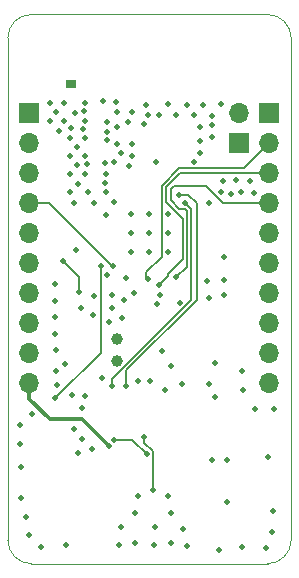
<source format=gbr>
%TF.GenerationSoftware,KiCad,Pcbnew,(6.0.9)*%
%TF.CreationDate,2023-03-12T14:29:19+01:00*%
%TF.ProjectId,ESP32-C3 Devboard,45535033-322d-4433-9320-446576626f61,rev?*%
%TF.SameCoordinates,Original*%
%TF.FileFunction,Copper,L4,Bot*%
%TF.FilePolarity,Positive*%
%FSLAX46Y46*%
G04 Gerber Fmt 4.6, Leading zero omitted, Abs format (unit mm)*
G04 Created by KiCad (PCBNEW (6.0.9)) date 2023-03-12 14:29:19*
%MOMM*%
%LPD*%
G01*
G04 APERTURE LIST*
%TA.AperFunction,Profile*%
%ADD10C,0.100000*%
%TD*%
%TA.AperFunction,ComponentPad*%
%ADD11R,0.900000X0.800000*%
%TD*%
%TA.AperFunction,ComponentPad*%
%ADD12C,1.000000*%
%TD*%
%TA.AperFunction,ComponentPad*%
%ADD13R,1.700000X1.700000*%
%TD*%
%TA.AperFunction,ComponentPad*%
%ADD14O,1.700000X1.700000*%
%TD*%
%TA.AperFunction,ViaPad*%
%ADD15C,0.500000*%
%TD*%
%TA.AperFunction,Conductor*%
%ADD16C,0.200000*%
%TD*%
%TA.AperFunction,Conductor*%
%ADD17C,0.300000*%
%TD*%
G04 APERTURE END LIST*
D10*
X112460000Y-89500000D02*
G75*
G03*
X114460000Y-91500000I2000000J0D01*
G01*
X134460000Y-45000000D02*
X114460000Y-45000000D01*
X112460000Y-47000000D02*
X112460000Y-89500000D01*
X114460000Y-91500000D02*
X134460000Y-91500000D01*
X136460000Y-89500000D02*
X136460000Y-47000000D01*
X134460000Y-91500000D02*
G75*
G03*
X136460000Y-89500000I0J2000000D01*
G01*
X114460000Y-45000000D02*
G75*
G03*
X112460000Y-47000000I0J-2000000D01*
G01*
X136460000Y-47000000D02*
G75*
G03*
X134460000Y-45000000I-2000000J0D01*
G01*
D11*
%TO.P,E1,2,2*%
%TO.N,GND*%
X117810000Y-50885000D03*
%TD*%
D12*
%TO.P,Y1,1,1*%
%TO.N,Net-(C2-Pad2)*%
X121734000Y-72456000D03*
%TO.P,Y1,2,2*%
%TO.N,Net-(C1-Pad2)*%
X121734000Y-74356000D03*
%TD*%
D13*
%TO.P,J2,1,Pin_1*%
%TO.N,GND*%
X134620000Y-53340000D03*
D14*
%TO.P,J2,2,Pin_2*%
%TO.N,GPIO6*%
X134620000Y-55880000D03*
%TO.P,J2,3,Pin_3*%
%TO.N,GPIO7*%
X134620000Y-58420000D03*
%TO.P,J2,4,Pin_4*%
%TO.N,GPIO10*%
X134620000Y-60960000D03*
%TO.P,J2,5,Pin_5*%
%TO.N,SPIQ*%
X134620000Y-63500000D03*
%TO.P,J2,6,Pin_6*%
%TO.N,SPID*%
X134620000Y-66040000D03*
%TO.P,J2,7,Pin_7*%
%TO.N,SPICLK*%
X134620000Y-68580000D03*
%TO.P,J2,8,Pin_8*%
%TO.N,SPICSO*%
X134620000Y-71120000D03*
%TO.P,J2,9,Pin_9*%
%TO.N,SPIWP*%
X134620000Y-73660000D03*
%TO.P,J2,10,Pin_10*%
%TO.N,SPIHD*%
X134620000Y-76200000D03*
%TD*%
D13*
%TO.P,J1,1,Pin_1*%
%TO.N,GPIO0*%
X114300000Y-53340000D03*
D14*
%TO.P,J1,2,Pin_2*%
%TO.N,GPIO1*%
X114300000Y-55880000D03*
%TO.P,J1,3,Pin_3*%
%TO.N,GPIO2*%
X114300000Y-58420000D03*
%TO.P,J1,4,Pin_4*%
%TO.N,GPIO3*%
X114300000Y-60960000D03*
%TO.P,J1,5,Pin_5*%
%TO.N,GPIO4*%
X114300000Y-63500000D03*
%TO.P,J1,6,Pin_6*%
%TO.N,GPIO5*%
X114300000Y-66040000D03*
%TO.P,J1,7,Pin_7*%
%TO.N,+3.3V*%
X114300000Y-68580000D03*
%TO.P,J1,8,Pin_8*%
%TO.N,GND*%
X114300000Y-71120000D03*
%TO.P,J1,9,Pin_9*%
X114300000Y-73660000D03*
%TO.P,J1,10,Pin_10*%
%TO.N,+5V*%
X114300000Y-76200000D03*
%TD*%
D13*
%TO.P,J3,1,Pin_1*%
%TO.N,Net-(IC1-Pad27)*%
X132080000Y-55885000D03*
D14*
%TO.P,J3,2,Pin_2*%
%TO.N,Net-(R8-Pad1)*%
X132080000Y-53345000D03*
%TD*%
D15*
%TO.N,GND*%
X122860000Y-61900000D03*
X129794000Y-53594000D03*
X134500000Y-82500000D03*
X125000000Y-57500000D03*
X118630000Y-69840000D03*
X116000000Y-54000000D03*
X121750000Y-53250000D03*
X124330000Y-53550000D03*
X116550000Y-75190000D03*
X128750000Y-54500000D03*
X118330000Y-57790000D03*
X132980000Y-59080000D03*
X119000000Y-58500000D03*
X127270000Y-88590000D03*
X121250000Y-68750000D03*
X113590000Y-83320000D03*
X117920000Y-77210000D03*
X121920000Y-89916000D03*
X114040000Y-87550000D03*
X119750000Y-61000000D03*
X116460000Y-72040000D03*
X131400000Y-60240000D03*
X117856000Y-54610000D03*
X132390000Y-76780000D03*
X120750000Y-60000000D03*
X119610000Y-81800000D03*
X118330000Y-56190000D03*
X123000000Y-57000000D03*
X117750000Y-58500000D03*
X126060000Y-65100000D03*
X125780000Y-76830000D03*
X113530000Y-79720000D03*
X134860000Y-88860000D03*
X120830000Y-54920000D03*
X120450000Y-75760000D03*
X119000000Y-57000000D03*
X116000000Y-52500000D03*
X122682000Y-54102000D03*
X118090000Y-80100000D03*
X126040000Y-52600000D03*
X134300000Y-90200000D03*
X120750000Y-58500000D03*
X128990000Y-52680000D03*
X129470000Y-68970000D03*
X113500000Y-81380000D03*
X122040000Y-56710000D03*
X127052129Y-69392131D03*
X129540000Y-60960000D03*
X130750000Y-67500000D03*
X132250000Y-60000000D03*
X124940000Y-88380000D03*
X121750000Y-54500000D03*
X128750000Y-55750000D03*
X126000000Y-85750000D03*
X123000000Y-56000000D03*
X130010000Y-77420000D03*
X116650000Y-76370000D03*
X118390000Y-82130000D03*
X121420000Y-60920000D03*
X126250000Y-89750000D03*
X115320000Y-90050000D03*
X116500000Y-69240000D03*
X121500000Y-57500000D03*
X129750000Y-82750000D03*
X131000000Y-82750000D03*
X130690000Y-59120000D03*
X124460000Y-65100000D03*
X116500000Y-67860000D03*
X122020000Y-88410000D03*
X118820000Y-54730000D03*
X118750000Y-80940000D03*
X121290000Y-69870000D03*
X126750000Y-53500000D03*
X124000000Y-54250000D03*
X130500000Y-60000000D03*
X132270000Y-90080000D03*
X128750000Y-56750000D03*
X123500000Y-85750000D03*
X126060000Y-61900000D03*
X129360000Y-67610000D03*
X127640000Y-52630000D03*
X126250000Y-87250000D03*
X133330000Y-60140000D03*
X120720000Y-59260000D03*
X116490000Y-70610000D03*
X119000000Y-54000000D03*
X122860000Y-65100000D03*
X125250000Y-53500000D03*
X118380000Y-59340000D03*
X135020000Y-78410000D03*
X119740000Y-68840000D03*
X124460000Y-63500000D03*
X124130000Y-52700000D03*
X119140000Y-57690000D03*
X132320000Y-75220000D03*
X120540000Y-52350000D03*
X119000000Y-55500000D03*
X114520000Y-78820000D03*
X125140000Y-69550000D03*
X123250000Y-87250000D03*
X114250000Y-89040000D03*
X131780000Y-59040000D03*
X121000000Y-71000000D03*
X120830000Y-55630000D03*
X133360000Y-78380000D03*
X118980000Y-77330000D03*
X122320000Y-69160000D03*
X117250000Y-54000000D03*
X117370000Y-89880000D03*
X119250000Y-60000000D03*
X129794000Y-54356000D03*
X117750000Y-60000000D03*
X130556000Y-52578000D03*
X121750000Y-56000000D03*
X120670000Y-57600000D03*
X128250000Y-57500000D03*
X117750000Y-57000000D03*
X118270000Y-64920000D03*
X124830000Y-89920000D03*
X129794000Y-55372000D03*
X124460000Y-61900000D03*
X117750000Y-55500000D03*
X127630000Y-89980000D03*
X116570000Y-53220000D03*
X120830000Y-54110000D03*
X117340000Y-74610000D03*
X119690000Y-70420000D03*
X123250000Y-89750000D03*
X130330000Y-90360000D03*
X121590000Y-52390000D03*
X122170000Y-70680000D03*
X113620000Y-85970000D03*
X118920000Y-53180000D03*
X130750000Y-68750000D03*
X116520000Y-73400000D03*
X134890000Y-87070000D03*
X119000000Y-52500000D03*
X120760000Y-62000000D03*
X131000000Y-86250000D03*
X117250000Y-52500000D03*
X123000000Y-53250000D03*
X126060000Y-63500000D03*
X124500000Y-76000000D03*
X118130000Y-53310000D03*
X116840000Y-54864000D03*
X123500000Y-76040000D03*
X122860000Y-63500000D03*
X128250000Y-53500000D03*
%TO.N,EN*%
X120369244Y-66267244D03*
X116500000Y-77500000D03*
%TO.N,+3.3V*%
X130750000Y-65500000D03*
X118110000Y-60960000D03*
X125340000Y-68720000D03*
X125500000Y-73500000D03*
X130000000Y-74500000D03*
X127250000Y-76250000D03*
X129500000Y-76250000D03*
X118740000Y-78320000D03*
X122700000Y-57800000D03*
X126250000Y-74750000D03*
%TO.N,+5V*%
X121000000Y-81500000D03*
%TO.N,GPIO18*%
X127500000Y-61000000D03*
X121250000Y-76500000D03*
%TO.N,USB_DN*%
X121500000Y-81000000D03*
X124250000Y-82250000D03*
%TO.N,USB_DP*%
X124750000Y-85250000D03*
X124000000Y-80750000D03*
%TO.N,GPIO19*%
X127000000Y-60250000D03*
X122500000Y-76500000D03*
%TO.N,GPIO1*%
X118500000Y-68500000D03*
X117140000Y-65870000D03*
%TO.N,GPIO2*%
X120868744Y-67100000D03*
%TO.N,GPIO3*%
X121412000Y-66294000D03*
%TO.N,GPIO4*%
X122510500Y-67310000D03*
%TO.N,GPIO5*%
X123190000Y-68580000D03*
%TO.N,GPIO6*%
X124310000Y-67440000D03*
%TO.N,GPIO7*%
X125270000Y-67870000D03*
%TO.N,GPIO10*%
X126750000Y-67250000D03*
%TD*%
D16*
%TO.N,GPIO6*%
X132500000Y-58000000D02*
X134620000Y-55880000D01*
X127000000Y-58000000D02*
X132500000Y-58000000D01*
X125500000Y-59500000D02*
X127000000Y-58000000D01*
X125500000Y-65500000D02*
X125500000Y-59500000D01*
X124200000Y-66800000D02*
X125500000Y-65500000D01*
X124310000Y-67440000D02*
X124200000Y-67330000D01*
X124200000Y-67330000D02*
X124200000Y-66800000D01*
%TO.N,GPIO7*%
X127080000Y-58420000D02*
X134620000Y-58420000D01*
X125900000Y-59600000D02*
X127080000Y-58420000D01*
X127300000Y-62300000D02*
X125900000Y-60900000D01*
X125900000Y-60900000D02*
X125900000Y-59600000D01*
X126000000Y-67000000D02*
X127300000Y-65700000D01*
X125270000Y-67870000D02*
X126000000Y-67140000D01*
X127300000Y-65700000D02*
X127300000Y-62300000D01*
X126000000Y-67140000D02*
X126000000Y-67000000D01*
%TO.N,GPIO1*%
X118500000Y-67230000D02*
X118500000Y-68500000D01*
X117140000Y-65870000D02*
X118500000Y-67230000D01*
%TO.N,EN*%
X120369244Y-73630756D02*
X120369244Y-66267244D01*
X116500000Y-77500000D02*
X120369244Y-73630756D01*
D17*
%TO.N,+5V*%
X116000000Y-79250000D02*
X114300000Y-77550000D01*
X121000000Y-81500000D02*
X118750000Y-79250000D01*
X118750000Y-79250000D02*
X116000000Y-79250000D01*
X114300000Y-77550000D02*
X114300000Y-76200000D01*
D16*
%TO.N,GPIO18*%
X128000000Y-61750000D02*
X128000000Y-61500000D01*
X128000000Y-61500000D02*
X127500000Y-61000000D01*
X128000000Y-69150661D02*
X128000000Y-61750000D01*
X121250000Y-76500000D02*
X121250000Y-75900661D01*
X121250000Y-75900661D02*
X128000000Y-69150661D01*
%TO.N,USB_DN*%
X123000000Y-81000000D02*
X121750000Y-81000000D01*
X124250000Y-82250000D02*
X123000000Y-81000000D01*
X121750000Y-81000000D02*
X121500000Y-81000000D01*
%TO.N,USB_DP*%
X124000000Y-81250000D02*
X124000000Y-80750000D01*
X124750000Y-85250000D02*
X124750000Y-82000000D01*
X124750000Y-82000000D02*
X124000000Y-81250000D01*
%TO.N,GPIO19*%
X128500000Y-69145635D02*
X122500000Y-75145635D01*
X127750000Y-60250000D02*
X128500000Y-61000000D01*
X122500000Y-75145635D02*
X122500000Y-76500000D01*
X127000000Y-60250000D02*
X127750000Y-60250000D01*
X128500000Y-61000000D02*
X128500000Y-69145635D01*
%TO.N,GPIO3*%
X115960000Y-60960000D02*
X114300000Y-60960000D01*
X121412000Y-66294000D02*
X121294000Y-66294000D01*
X121294000Y-66294000D02*
X115960000Y-60960000D01*
%TO.N,GPIO10*%
X126250000Y-59750000D02*
X126500000Y-59500000D01*
X129250000Y-59500000D02*
X130710000Y-60960000D01*
X127500000Y-61500000D02*
X127000000Y-61500000D01*
X126750000Y-67250000D02*
X127650000Y-66350000D01*
X130710000Y-60960000D02*
X134620000Y-60960000D01*
X127650000Y-66350000D02*
X127650000Y-61650000D01*
X126500000Y-59500000D02*
X129250000Y-59500000D01*
X127650000Y-61650000D02*
X127500000Y-61500000D01*
X127000000Y-61500000D02*
X126250000Y-60750000D01*
X126250000Y-60750000D02*
X126250000Y-59750000D01*
%TD*%
M02*

</source>
